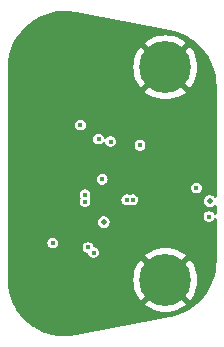
<source format=gbr>
%TF.GenerationSoftware,KiCad,Pcbnew,7.0.10*%
%TF.CreationDate,2024-02-02T13:19:37-05:00*%
%TF.ProjectId,quad_radio_adapter,71756164-5f72-4616-9469-6f5f61646170,rev?*%
%TF.SameCoordinates,Original*%
%TF.FileFunction,Copper,L2,Inr*%
%TF.FilePolarity,Positive*%
%FSLAX46Y46*%
G04 Gerber Fmt 4.6, Leading zero omitted, Abs format (unit mm)*
G04 Created by KiCad (PCBNEW 7.0.10) date 2024-02-02 13:19:37*
%MOMM*%
%LPD*%
G01*
G04 APERTURE LIST*
%TA.AperFunction,ComponentPad*%
%ADD10C,4.400000*%
%TD*%
%TA.AperFunction,ViaPad*%
%ADD11C,0.400000*%
%TD*%
%TA.AperFunction,ViaPad*%
%ADD12C,0.500000*%
%TD*%
G04 APERTURE END LIST*
D10*
%TO.N,GND*%
%TO.C,H1*%
X104000000Y-91000000D03*
%TD*%
%TO.N,GND*%
%TO.C,H2*%
X104000000Y-109000000D03*
%TD*%
D11*
%TO.N,GND*%
X106620000Y-105050000D03*
X107010200Y-97307400D03*
X94437200Y-103911400D03*
X103682800Y-101930200D03*
X94259400Y-93319600D03*
X94411800Y-104622600D03*
X103665800Y-103001782D03*
X98510000Y-92000000D03*
X104089200Y-101498400D03*
X103657400Y-102489000D03*
X104063800Y-96723200D03*
X94310200Y-94437200D03*
X106680000Y-100584000D03*
X101854000Y-99593400D03*
X94437200Y-102133400D03*
X103665800Y-103479600D03*
X106502200Y-96774000D03*
X103098600Y-104013000D03*
X103641983Y-103989183D03*
D12*
%TO.N,SBUS2_HERELINK*%
X107750000Y-102320000D03*
X98770000Y-104110000D03*
D11*
%TO.N,ETH_RADIO_RX_POSTMAG_P*%
X97200000Y-101788640D03*
%TO.N,ETH_RADIO_RX_POSTMAG_N*%
X97200000Y-102361360D03*
%TO.N,ETH_RADIO_TX_POSTMAG_P*%
X97917000Y-106680000D03*
%TO.N,ETH_RADIO_TX_POSTMAG_N*%
X97450000Y-106250000D03*
%TO.N,TELEM1_TX*%
X98348800Y-97078800D03*
X96799400Y-95885000D03*
%TO.N,+VIN_PROT_RADIO*%
X101244400Y-102209600D03*
X100741197Y-102209600D03*
%TO.N,RC_INPUT*%
X94480000Y-105870000D03*
X99360000Y-97280000D03*
%TO.N,Net-(D1-K)*%
X98653600Y-100482400D03*
X106629200Y-101200000D03*
%TO.N,Net-(IC1-FB)*%
X107696000Y-103632000D03*
X101854000Y-97612200D03*
%TD*%
%TA.AperFunction,Conductor*%
%TO.N,GND*%
G36*
X95859801Y-86231991D02*
G01*
X95873867Y-86233095D01*
X96425930Y-86308231D01*
X96432871Y-86309378D01*
X104419155Y-87862265D01*
X104424499Y-87863427D01*
X104839322Y-87963254D01*
X104849792Y-87966267D01*
X105242527Y-88098299D01*
X105252636Y-88102198D01*
X105627923Y-88266128D01*
X105637572Y-88270851D01*
X105994076Y-88464965D01*
X106003199Y-88470454D01*
X106031530Y-88489203D01*
X106339497Y-88693017D01*
X106348062Y-88699227D01*
X106662736Y-88948514D01*
X106670688Y-88955381D01*
X106962288Y-89229647D01*
X106969593Y-89237125D01*
X107236641Y-89534601D01*
X107243278Y-89542652D01*
X107394668Y-89742958D01*
X107484313Y-89861568D01*
X107490263Y-89870174D01*
X107655040Y-90131408D01*
X107703823Y-90208748D01*
X107709050Y-90217870D01*
X107893688Y-90574331D01*
X107898149Y-90583924D01*
X108052430Y-90956520D01*
X108056082Y-90966538D01*
X108178579Y-91353525D01*
X108181377Y-91363911D01*
X108270662Y-91763585D01*
X108272562Y-91774267D01*
X108327202Y-92184958D01*
X108328164Y-92195842D01*
X108346979Y-92622043D01*
X108347100Y-92627512D01*
X108347100Y-101906240D01*
X108327415Y-101973279D01*
X108274611Y-102019034D01*
X108205453Y-102028978D01*
X108141897Y-101999953D01*
X108129388Y-101987443D01*
X108083777Y-101934806D01*
X108083776Y-101934805D01*
X108083775Y-101934804D01*
X108039329Y-101906240D01*
X107961730Y-101856369D01*
X107822538Y-101815500D01*
X107822536Y-101815500D01*
X107677464Y-101815500D01*
X107677461Y-101815500D01*
X107538270Y-101856369D01*
X107538269Y-101856369D01*
X107416226Y-101934803D01*
X107321223Y-102044442D01*
X107321222Y-102044443D01*
X107260958Y-102176400D01*
X107260957Y-102176404D01*
X107240312Y-102320000D01*
X107260957Y-102463595D01*
X107260958Y-102463599D01*
X107303441Y-102556621D01*
X107321223Y-102595558D01*
X107416225Y-102705196D01*
X107494659Y-102755602D01*
X107538269Y-102783630D01*
X107677461Y-102824499D01*
X107677463Y-102824500D01*
X107677464Y-102824500D01*
X107822537Y-102824500D01*
X107822537Y-102824499D01*
X107961729Y-102783630D01*
X107961730Y-102783630D01*
X107961732Y-102783629D01*
X108083775Y-102705196D01*
X108129388Y-102652554D01*
X108188165Y-102614782D01*
X108258035Y-102614782D01*
X108316813Y-102652556D01*
X108345838Y-102716112D01*
X108347100Y-102733759D01*
X108347100Y-103393604D01*
X108327415Y-103460643D01*
X108274611Y-103506398D01*
X108205453Y-103516342D01*
X108141897Y-103487317D01*
X108110306Y-103445116D01*
X108082282Y-103383753D01*
X108082282Y-103383752D01*
X107996695Y-103284979D01*
X107886748Y-103214321D01*
X107886746Y-103214320D01*
X107886744Y-103214319D01*
X107761348Y-103177500D01*
X107761347Y-103177500D01*
X107630653Y-103177500D01*
X107630652Y-103177500D01*
X107505255Y-103214319D01*
X107395306Y-103284978D01*
X107309719Y-103383750D01*
X107309717Y-103383753D01*
X107255426Y-103502632D01*
X107255425Y-103502637D01*
X107236826Y-103632000D01*
X107255425Y-103761362D01*
X107255426Y-103761367D01*
X107305218Y-103870395D01*
X107309718Y-103880248D01*
X107395305Y-103979021D01*
X107505252Y-104049679D01*
X107505254Y-104049679D01*
X107505255Y-104049680D01*
X107630652Y-104086500D01*
X107630653Y-104086500D01*
X107761347Y-104086500D01*
X107886748Y-104049679D01*
X107996695Y-103979021D01*
X108082282Y-103880248D01*
X108110306Y-103818884D01*
X108156060Y-103766080D01*
X108223100Y-103746395D01*
X108290139Y-103766080D01*
X108335894Y-103818883D01*
X108347100Y-103870395D01*
X108347100Y-107372486D01*
X108346979Y-107377955D01*
X108328164Y-107804155D01*
X108327202Y-107815039D01*
X108272562Y-108225730D01*
X108270662Y-108236412D01*
X108181377Y-108636086D01*
X108178579Y-108646472D01*
X108056082Y-109033459D01*
X108052430Y-109043477D01*
X107898149Y-109416073D01*
X107893688Y-109425666D01*
X107709050Y-109782127D01*
X107703823Y-109791249D01*
X107490268Y-110129817D01*
X107484313Y-110138429D01*
X107243285Y-110457336D01*
X107236634Y-110465405D01*
X106969599Y-110762866D01*
X106962281Y-110770356D01*
X106670686Y-111044617D01*
X106662730Y-111051488D01*
X106348073Y-111300761D01*
X106339509Y-111306971D01*
X106003207Y-111529538D01*
X105994069Y-111535035D01*
X105637578Y-111729142D01*
X105627917Y-111733871D01*
X105252643Y-111897795D01*
X105242521Y-111901699D01*
X104849806Y-112033725D01*
X104839304Y-112036747D01*
X104424498Y-112136570D01*
X104419154Y-112137732D01*
X96432873Y-113690620D01*
X96425927Y-113691767D01*
X95873869Y-113766901D01*
X95859786Y-113768006D01*
X95324760Y-113779393D01*
X95310743Y-113778898D01*
X94788163Y-113730742D01*
X94774460Y-113728701D01*
X94595649Y-113691767D01*
X94267745Y-113624036D01*
X94254544Y-113620542D01*
X93767180Y-113462338D01*
X93754620Y-113457493D01*
X93290228Y-113248717D01*
X93278417Y-113242625D01*
X92840695Y-112986265D01*
X92829686Y-112979003D01*
X92422418Y-112678118D01*
X92412263Y-112669748D01*
X92039161Y-112327384D01*
X92029927Y-112317957D01*
X91694753Y-111937237D01*
X91686511Y-111926796D01*
X91392938Y-111510794D01*
X91385785Y-111499391D01*
X91275738Y-111300761D01*
X91137465Y-111051183D01*
X91131522Y-111038907D01*
X90932057Y-110561468D01*
X90927439Y-110548405D01*
X90780426Y-110044632D01*
X90777265Y-110030968D01*
X90694753Y-109552502D01*
X90686319Y-109503592D01*
X90684716Y-109489564D01*
X90681084Y-109425666D01*
X90656890Y-109000000D01*
X101295065Y-109000000D01*
X101314786Y-109326038D01*
X101373667Y-109647341D01*
X101470835Y-109959164D01*
X101470839Y-109959175D01*
X101604897Y-110257041D01*
X101604898Y-110257043D01*
X101773881Y-110536576D01*
X101921476Y-110724968D01*
X103064210Y-109582234D01*
X103164894Y-109723624D01*
X103316932Y-109868592D01*
X103419222Y-109934330D01*
X102275030Y-111078522D01*
X102275030Y-111078523D01*
X102463423Y-111226118D01*
X102742956Y-111395101D01*
X102742958Y-111395102D01*
X103040824Y-111529160D01*
X103040835Y-111529164D01*
X103352658Y-111626332D01*
X103673961Y-111685213D01*
X104000000Y-111704934D01*
X104326038Y-111685213D01*
X104647341Y-111626332D01*
X104959164Y-111529164D01*
X104959175Y-111529160D01*
X105257041Y-111395102D01*
X105257043Y-111395101D01*
X105536586Y-111226112D01*
X105724968Y-111078523D01*
X105724968Y-111078522D01*
X104583306Y-109936859D01*
X104597410Y-109929589D01*
X104762540Y-109799729D01*
X104900110Y-109640965D01*
X104934665Y-109581112D01*
X106078522Y-110724968D01*
X106078523Y-110724968D01*
X106226112Y-110536586D01*
X106395101Y-110257043D01*
X106395102Y-110257041D01*
X106529160Y-109959175D01*
X106529164Y-109959164D01*
X106626332Y-109647341D01*
X106685213Y-109326038D01*
X106704934Y-109000000D01*
X106685213Y-108673961D01*
X106626332Y-108352658D01*
X106529164Y-108040835D01*
X106529160Y-108040824D01*
X106395102Y-107742958D01*
X106395101Y-107742956D01*
X106226118Y-107463423D01*
X106078522Y-107275030D01*
X104935788Y-108417764D01*
X104835106Y-108276376D01*
X104683068Y-108131408D01*
X104580776Y-108065669D01*
X105724968Y-106921476D01*
X105536576Y-106773881D01*
X105257043Y-106604898D01*
X105257041Y-106604897D01*
X104959175Y-106470839D01*
X104959164Y-106470835D01*
X104647341Y-106373667D01*
X104326038Y-106314786D01*
X104000000Y-106295065D01*
X103673961Y-106314786D01*
X103352658Y-106373667D01*
X103040835Y-106470835D01*
X103040824Y-106470839D01*
X102742958Y-106604897D01*
X102742956Y-106604898D01*
X102463422Y-106773881D01*
X102463416Y-106773886D01*
X102275030Y-106921474D01*
X102275029Y-106921476D01*
X103416693Y-108063140D01*
X103402590Y-108070411D01*
X103237460Y-108200271D01*
X103099890Y-108359035D01*
X103065334Y-108418887D01*
X101921476Y-107275029D01*
X101921474Y-107275030D01*
X101773886Y-107463416D01*
X101773881Y-107463422D01*
X101604898Y-107742956D01*
X101604897Y-107742958D01*
X101470839Y-108040824D01*
X101470835Y-108040835D01*
X101373667Y-108352658D01*
X101314786Y-108673961D01*
X101295065Y-109000000D01*
X90656890Y-109000000D01*
X90653100Y-108933312D01*
X90652900Y-108926276D01*
X90652900Y-105870000D01*
X94020826Y-105870000D01*
X94039425Y-105999362D01*
X94039426Y-105999367D01*
X94093717Y-106118246D01*
X94093718Y-106118248D01*
X94179305Y-106217021D01*
X94289252Y-106287679D01*
X94289254Y-106287679D01*
X94289255Y-106287680D01*
X94414652Y-106324500D01*
X94414653Y-106324500D01*
X94545347Y-106324500D01*
X94670748Y-106287679D01*
X94729378Y-106250000D01*
X96990826Y-106250000D01*
X97009425Y-106379362D01*
X97009426Y-106379367D01*
X97063717Y-106498246D01*
X97063718Y-106498248D01*
X97149305Y-106597021D01*
X97259252Y-106667679D01*
X97259253Y-106667679D01*
X97259256Y-106667681D01*
X97388266Y-106705561D01*
X97447045Y-106743335D01*
X97473387Y-106801014D01*
X97473928Y-106800856D01*
X97475032Y-106804616D01*
X97476069Y-106806887D01*
X97476424Y-106809358D01*
X97476426Y-106809367D01*
X97527624Y-106921474D01*
X97530718Y-106928248D01*
X97616305Y-107027021D01*
X97726252Y-107097679D01*
X97726254Y-107097679D01*
X97726255Y-107097680D01*
X97851652Y-107134500D01*
X97851653Y-107134500D01*
X97982347Y-107134500D01*
X98107748Y-107097679D01*
X98217695Y-107027021D01*
X98303282Y-106928248D01*
X98357574Y-106809364D01*
X98376174Y-106680000D01*
X98357574Y-106550636D01*
X98357573Y-106550635D01*
X98357573Y-106550632D01*
X98303282Y-106431753D01*
X98303282Y-106431752D01*
X98217695Y-106332979D01*
X98107748Y-106262321D01*
X98107746Y-106262320D01*
X98107744Y-106262319D01*
X97978732Y-106224438D01*
X97919954Y-106186664D01*
X97893613Y-106128985D01*
X97893072Y-106129144D01*
X97891967Y-106125381D01*
X97890929Y-106123108D01*
X97890574Y-106120636D01*
X97890572Y-106120632D01*
X97890573Y-106120632D01*
X97836282Y-106001753D01*
X97836282Y-106001752D01*
X97750695Y-105902979D01*
X97640748Y-105832321D01*
X97640746Y-105832320D01*
X97640744Y-105832319D01*
X97515348Y-105795500D01*
X97515347Y-105795500D01*
X97384653Y-105795500D01*
X97384652Y-105795500D01*
X97259255Y-105832319D01*
X97149306Y-105902978D01*
X97063719Y-106001750D01*
X97063717Y-106001753D01*
X97009426Y-106120632D01*
X97009425Y-106120637D01*
X96990826Y-106250000D01*
X94729378Y-106250000D01*
X94780695Y-106217021D01*
X94866282Y-106118248D01*
X94919483Y-106001753D01*
X94920573Y-105999367D01*
X94920574Y-105999362D01*
X94939174Y-105870000D01*
X94920574Y-105740636D01*
X94920573Y-105740635D01*
X94920573Y-105740632D01*
X94866282Y-105621753D01*
X94866282Y-105621752D01*
X94780695Y-105522979D01*
X94670748Y-105452321D01*
X94670746Y-105452320D01*
X94670744Y-105452319D01*
X94545348Y-105415500D01*
X94545347Y-105415500D01*
X94414653Y-105415500D01*
X94414652Y-105415500D01*
X94289255Y-105452319D01*
X94179306Y-105522978D01*
X94093719Y-105621750D01*
X94093717Y-105621753D01*
X94039426Y-105740632D01*
X94039425Y-105740637D01*
X94020826Y-105870000D01*
X90652900Y-105870000D01*
X90652900Y-104110000D01*
X98260312Y-104110000D01*
X98280957Y-104253595D01*
X98280958Y-104253599D01*
X98341222Y-104385556D01*
X98341223Y-104385558D01*
X98436225Y-104495196D01*
X98514659Y-104545602D01*
X98558269Y-104573630D01*
X98697461Y-104614499D01*
X98697463Y-104614500D01*
X98697464Y-104614500D01*
X98842537Y-104614500D01*
X98842537Y-104614499D01*
X98981729Y-104573630D01*
X98981730Y-104573630D01*
X98981732Y-104573629D01*
X99103775Y-104495196D01*
X99198777Y-104385558D01*
X99259042Y-104253596D01*
X99279688Y-104110000D01*
X99259042Y-103966404D01*
X99259041Y-103966400D01*
X99198777Y-103834443D01*
X99198777Y-103834442D01*
X99103775Y-103724804D01*
X99068950Y-103702423D01*
X98981730Y-103646369D01*
X98842538Y-103605500D01*
X98842536Y-103605500D01*
X98697464Y-103605500D01*
X98697461Y-103605500D01*
X98558270Y-103646369D01*
X98558269Y-103646369D01*
X98436226Y-103724803D01*
X98341223Y-103834442D01*
X98341222Y-103834443D01*
X98280958Y-103966400D01*
X98280957Y-103966404D01*
X98260312Y-104110000D01*
X90652900Y-104110000D01*
X90652900Y-102361360D01*
X96740826Y-102361360D01*
X96759425Y-102490722D01*
X96759426Y-102490727D01*
X96813717Y-102609606D01*
X96813718Y-102609608D01*
X96899305Y-102708381D01*
X97009252Y-102779039D01*
X97009254Y-102779039D01*
X97009255Y-102779040D01*
X97134652Y-102815860D01*
X97134653Y-102815860D01*
X97265347Y-102815860D01*
X97390748Y-102779039D01*
X97500695Y-102708381D01*
X97586282Y-102609608D01*
X97640574Y-102490724D01*
X97659174Y-102361360D01*
X97640574Y-102231996D01*
X97630346Y-102209600D01*
X100282023Y-102209600D01*
X100300622Y-102338962D01*
X100300623Y-102338967D01*
X100354914Y-102457846D01*
X100354915Y-102457848D01*
X100440502Y-102556621D01*
X100550449Y-102627279D01*
X100550451Y-102627279D01*
X100550452Y-102627280D01*
X100675849Y-102664100D01*
X100675850Y-102664100D01*
X100806544Y-102664100D01*
X100931945Y-102627279D01*
X100931947Y-102627277D01*
X100940010Y-102623596D01*
X100941413Y-102626670D01*
X100992712Y-102611569D01*
X101044196Y-102626647D01*
X101045590Y-102623597D01*
X101053649Y-102627277D01*
X101053652Y-102627279D01*
X101116352Y-102645689D01*
X101179052Y-102664100D01*
X101179053Y-102664100D01*
X101309747Y-102664100D01*
X101435148Y-102627279D01*
X101545095Y-102556621D01*
X101630682Y-102457848D01*
X101684974Y-102338964D01*
X101703574Y-102209600D01*
X101684974Y-102080236D01*
X101684973Y-102080235D01*
X101684973Y-102080232D01*
X101642597Y-101987443D01*
X101630682Y-101961352D01*
X101545095Y-101862579D01*
X101435148Y-101791921D01*
X101435146Y-101791920D01*
X101435144Y-101791919D01*
X101309748Y-101755100D01*
X101309747Y-101755100D01*
X101179053Y-101755100D01*
X101179052Y-101755100D01*
X101053655Y-101791919D01*
X101045588Y-101795604D01*
X101044191Y-101792546D01*
X100992751Y-101807630D01*
X100941413Y-101792536D01*
X100940012Y-101795605D01*
X100931942Y-101791919D01*
X100806545Y-101755100D01*
X100806544Y-101755100D01*
X100675850Y-101755100D01*
X100675849Y-101755100D01*
X100550452Y-101791919D01*
X100440503Y-101862578D01*
X100354916Y-101961350D01*
X100354914Y-101961353D01*
X100300623Y-102080232D01*
X100300622Y-102080237D01*
X100282023Y-102209600D01*
X97630346Y-102209600D01*
X97592400Y-102126510D01*
X97582457Y-102057353D01*
X97592401Y-102023489D01*
X97640574Y-101918004D01*
X97659174Y-101788640D01*
X97640574Y-101659276D01*
X97640573Y-101659275D01*
X97640573Y-101659272D01*
X97586282Y-101540393D01*
X97586282Y-101540392D01*
X97500695Y-101441619D01*
X97390748Y-101370961D01*
X97390746Y-101370960D01*
X97390744Y-101370959D01*
X97265348Y-101334140D01*
X97265347Y-101334140D01*
X97134653Y-101334140D01*
X97134652Y-101334140D01*
X97009255Y-101370959D01*
X96899306Y-101441618D01*
X96813719Y-101540390D01*
X96813717Y-101540393D01*
X96759426Y-101659272D01*
X96759425Y-101659277D01*
X96740826Y-101788640D01*
X96759425Y-101918002D01*
X96759426Y-101918004D01*
X96807598Y-102023488D01*
X96807599Y-102023489D01*
X96817542Y-102092647D01*
X96807599Y-102126510D01*
X96801881Y-102139031D01*
X96759426Y-102231995D01*
X96759425Y-102231997D01*
X96740826Y-102361360D01*
X90652900Y-102361360D01*
X90652900Y-101200000D01*
X106170026Y-101200000D01*
X106188625Y-101329362D01*
X106188626Y-101329367D01*
X106239890Y-101441618D01*
X106242918Y-101448248D01*
X106328505Y-101547021D01*
X106438452Y-101617679D01*
X106438454Y-101617679D01*
X106438455Y-101617680D01*
X106563852Y-101654500D01*
X106563853Y-101654500D01*
X106694547Y-101654500D01*
X106819948Y-101617679D01*
X106929895Y-101547021D01*
X107015482Y-101448248D01*
X107069774Y-101329364D01*
X107088374Y-101200000D01*
X107069774Y-101070636D01*
X107069773Y-101070635D01*
X107069773Y-101070632D01*
X107015482Y-100951753D01*
X107015482Y-100951752D01*
X106929895Y-100852979D01*
X106819948Y-100782321D01*
X106819946Y-100782320D01*
X106819944Y-100782319D01*
X106694548Y-100745500D01*
X106694547Y-100745500D01*
X106563853Y-100745500D01*
X106563852Y-100745500D01*
X106438455Y-100782319D01*
X106328506Y-100852978D01*
X106242919Y-100951750D01*
X106242917Y-100951753D01*
X106188626Y-101070632D01*
X106188625Y-101070637D01*
X106170026Y-101200000D01*
X90652900Y-101200000D01*
X90652900Y-100482400D01*
X98194426Y-100482400D01*
X98213025Y-100611762D01*
X98213026Y-100611767D01*
X98267317Y-100730646D01*
X98267318Y-100730648D01*
X98352905Y-100829421D01*
X98462852Y-100900079D01*
X98462854Y-100900079D01*
X98462855Y-100900080D01*
X98588252Y-100936900D01*
X98588253Y-100936900D01*
X98718947Y-100936900D01*
X98844348Y-100900079D01*
X98954295Y-100829421D01*
X99039882Y-100730648D01*
X99094174Y-100611764D01*
X99112774Y-100482400D01*
X99094174Y-100353036D01*
X99094173Y-100353035D01*
X99094173Y-100353032D01*
X99039882Y-100234153D01*
X99039882Y-100234152D01*
X98954295Y-100135379D01*
X98844348Y-100064721D01*
X98844346Y-100064720D01*
X98844344Y-100064719D01*
X98718948Y-100027900D01*
X98718947Y-100027900D01*
X98588253Y-100027900D01*
X98588252Y-100027900D01*
X98462855Y-100064719D01*
X98352906Y-100135378D01*
X98267319Y-100234150D01*
X98267317Y-100234153D01*
X98213026Y-100353032D01*
X98213025Y-100353037D01*
X98194426Y-100482400D01*
X90652900Y-100482400D01*
X90652900Y-97078800D01*
X97889626Y-97078800D01*
X97908225Y-97208162D01*
X97908226Y-97208167D01*
X97941032Y-97280000D01*
X97962518Y-97327048D01*
X98048105Y-97425821D01*
X98158052Y-97496479D01*
X98158054Y-97496479D01*
X98158055Y-97496480D01*
X98283452Y-97533300D01*
X98283453Y-97533300D01*
X98414147Y-97533300D01*
X98539548Y-97496479D01*
X98649495Y-97425821D01*
X98706005Y-97360603D01*
X98764782Y-97322831D01*
X98834652Y-97322831D01*
X98893430Y-97360605D01*
X98915667Y-97401329D01*
X98915741Y-97401296D01*
X98916209Y-97402322D01*
X98918694Y-97406872D01*
X98919426Y-97409365D01*
X98959210Y-97496479D01*
X98973718Y-97528248D01*
X99059305Y-97627021D01*
X99169252Y-97697679D01*
X99169254Y-97697679D01*
X99169255Y-97697680D01*
X99294652Y-97734500D01*
X99294653Y-97734500D01*
X99425347Y-97734500D01*
X99550748Y-97697679D01*
X99660695Y-97627021D01*
X99673537Y-97612200D01*
X101394826Y-97612200D01*
X101413425Y-97741562D01*
X101413426Y-97741567D01*
X101467717Y-97860446D01*
X101467718Y-97860448D01*
X101553305Y-97959221D01*
X101663252Y-98029879D01*
X101663254Y-98029879D01*
X101663255Y-98029880D01*
X101788652Y-98066700D01*
X101788653Y-98066700D01*
X101919347Y-98066700D01*
X102044748Y-98029879D01*
X102154695Y-97959221D01*
X102240282Y-97860448D01*
X102294574Y-97741564D01*
X102313174Y-97612200D01*
X102294574Y-97482836D01*
X102294573Y-97482835D01*
X102294573Y-97482832D01*
X102240282Y-97363953D01*
X102240282Y-97363952D01*
X102154695Y-97265179D01*
X102044748Y-97194521D01*
X102044746Y-97194520D01*
X102044744Y-97194519D01*
X101919348Y-97157700D01*
X101919347Y-97157700D01*
X101788653Y-97157700D01*
X101788652Y-97157700D01*
X101663255Y-97194519D01*
X101553306Y-97265178D01*
X101467719Y-97363950D01*
X101467717Y-97363953D01*
X101413426Y-97482832D01*
X101413425Y-97482837D01*
X101394826Y-97612200D01*
X99673537Y-97612200D01*
X99746282Y-97528248D01*
X99784919Y-97443643D01*
X99800573Y-97409367D01*
X99800573Y-97409365D01*
X99800574Y-97409364D01*
X99819174Y-97280000D01*
X99800574Y-97150636D01*
X99800573Y-97150635D01*
X99800573Y-97150632D01*
X99765600Y-97074054D01*
X99746282Y-97031752D01*
X99660695Y-96932979D01*
X99550748Y-96862321D01*
X99550746Y-96862320D01*
X99550744Y-96862319D01*
X99425348Y-96825500D01*
X99425347Y-96825500D01*
X99294653Y-96825500D01*
X99294652Y-96825500D01*
X99169255Y-96862319D01*
X99059305Y-96932978D01*
X99002794Y-96998195D01*
X98944015Y-97035969D01*
X98874146Y-97035968D01*
X98815368Y-96998193D01*
X98793133Y-96957470D01*
X98793059Y-96957504D01*
X98792584Y-96956464D01*
X98790103Y-96951920D01*
X98789374Y-96949437D01*
X98789374Y-96949436D01*
X98781858Y-96932979D01*
X98735082Y-96830553D01*
X98735082Y-96830552D01*
X98649495Y-96731779D01*
X98539548Y-96661121D01*
X98539546Y-96661120D01*
X98539544Y-96661119D01*
X98414148Y-96624300D01*
X98414147Y-96624300D01*
X98283453Y-96624300D01*
X98283452Y-96624300D01*
X98158055Y-96661119D01*
X98048106Y-96731778D01*
X97962519Y-96830550D01*
X97962517Y-96830553D01*
X97908226Y-96949432D01*
X97908225Y-96949437D01*
X97889626Y-97078800D01*
X90652900Y-97078800D01*
X90652900Y-95885000D01*
X96340226Y-95885000D01*
X96358825Y-96014362D01*
X96358826Y-96014367D01*
X96413117Y-96133246D01*
X96413118Y-96133248D01*
X96498705Y-96232021D01*
X96608652Y-96302679D01*
X96608654Y-96302679D01*
X96608655Y-96302680D01*
X96734052Y-96339500D01*
X96734053Y-96339500D01*
X96864747Y-96339500D01*
X96990148Y-96302679D01*
X97100095Y-96232021D01*
X97185682Y-96133248D01*
X97239974Y-96014364D01*
X97258574Y-95885000D01*
X97239974Y-95755636D01*
X97239973Y-95755635D01*
X97239973Y-95755632D01*
X97185682Y-95636753D01*
X97185682Y-95636752D01*
X97100095Y-95537979D01*
X96990148Y-95467321D01*
X96990146Y-95467320D01*
X96990144Y-95467319D01*
X96864748Y-95430500D01*
X96864747Y-95430500D01*
X96734053Y-95430500D01*
X96734052Y-95430500D01*
X96608655Y-95467319D01*
X96498706Y-95537978D01*
X96413119Y-95636750D01*
X96413117Y-95636753D01*
X96358826Y-95755632D01*
X96358825Y-95755637D01*
X96340226Y-95885000D01*
X90652900Y-95885000D01*
X90652900Y-91073722D01*
X90653100Y-91066686D01*
X90656890Y-91000000D01*
X101295065Y-91000000D01*
X101314786Y-91326038D01*
X101373667Y-91647341D01*
X101470835Y-91959164D01*
X101470839Y-91959175D01*
X101604897Y-92257041D01*
X101604898Y-92257043D01*
X101773881Y-92536576D01*
X101921476Y-92724968D01*
X103064210Y-91582234D01*
X103164894Y-91723624D01*
X103316932Y-91868592D01*
X103419222Y-91934330D01*
X102275030Y-93078522D01*
X102275030Y-93078523D01*
X102463423Y-93226118D01*
X102742956Y-93395101D01*
X102742958Y-93395102D01*
X103040824Y-93529160D01*
X103040835Y-93529164D01*
X103352658Y-93626332D01*
X103673961Y-93685213D01*
X104000000Y-93704934D01*
X104326038Y-93685213D01*
X104647341Y-93626332D01*
X104959164Y-93529164D01*
X104959175Y-93529160D01*
X105257041Y-93395102D01*
X105257043Y-93395101D01*
X105536586Y-93226112D01*
X105724968Y-93078523D01*
X105724968Y-93078522D01*
X104583306Y-91936859D01*
X104597410Y-91929589D01*
X104762540Y-91799729D01*
X104900110Y-91640965D01*
X104934665Y-91581112D01*
X106078522Y-92724968D01*
X106078523Y-92724968D01*
X106226112Y-92536586D01*
X106395101Y-92257043D01*
X106395102Y-92257041D01*
X106529160Y-91959175D01*
X106529164Y-91959164D01*
X106626332Y-91647341D01*
X106685213Y-91326038D01*
X106704934Y-91000000D01*
X106685213Y-90673961D01*
X106626332Y-90352658D01*
X106529164Y-90040835D01*
X106529160Y-90040824D01*
X106395102Y-89742958D01*
X106395101Y-89742956D01*
X106226118Y-89463423D01*
X106078522Y-89275030D01*
X104935788Y-90417764D01*
X104835106Y-90276376D01*
X104683068Y-90131408D01*
X104580776Y-90065669D01*
X105724968Y-88921476D01*
X105536576Y-88773881D01*
X105257043Y-88604898D01*
X105257041Y-88604897D01*
X104959175Y-88470839D01*
X104959164Y-88470835D01*
X104647341Y-88373667D01*
X104326038Y-88314786D01*
X104000000Y-88295065D01*
X103673961Y-88314786D01*
X103352658Y-88373667D01*
X103040835Y-88470835D01*
X103040824Y-88470839D01*
X102742958Y-88604897D01*
X102742956Y-88604898D01*
X102463422Y-88773881D01*
X102463416Y-88773886D01*
X102275030Y-88921474D01*
X102275029Y-88921476D01*
X103416693Y-90063140D01*
X103402590Y-90070411D01*
X103237460Y-90200271D01*
X103099890Y-90359035D01*
X103065334Y-90418887D01*
X101921476Y-89275029D01*
X101921474Y-89275030D01*
X101773886Y-89463416D01*
X101773881Y-89463422D01*
X101604898Y-89742956D01*
X101604897Y-89742958D01*
X101470839Y-90040824D01*
X101470835Y-90040835D01*
X101373667Y-90352658D01*
X101314786Y-90673961D01*
X101295065Y-91000000D01*
X90656890Y-91000000D01*
X90665774Y-90843701D01*
X90684717Y-90510423D01*
X90686318Y-90496407D01*
X90777265Y-89969026D01*
X90780426Y-89955365D01*
X90792216Y-89914965D01*
X90927441Y-89451584D01*
X90932058Y-89438528D01*
X91131526Y-88961083D01*
X91137461Y-88948821D01*
X91385789Y-88500598D01*
X91392932Y-88489211D01*
X91686514Y-88073196D01*
X91694753Y-88062760D01*
X91751090Y-87998768D01*
X92029934Y-87682032D01*
X92039153Y-87672620D01*
X92412276Y-87330237D01*
X92422403Y-87321890D01*
X92829697Y-87020986D01*
X92840681Y-87013740D01*
X93278431Y-86757363D01*
X93290211Y-86751288D01*
X93754636Y-86542497D01*
X93767164Y-86537664D01*
X94254549Y-86379453D01*
X94267737Y-86375963D01*
X94774477Y-86271292D01*
X94788147Y-86269257D01*
X95310750Y-86221098D01*
X95324750Y-86220604D01*
X95859801Y-86231991D01*
G37*
%TD.AperFunction*%
%TD*%
M02*

</source>
